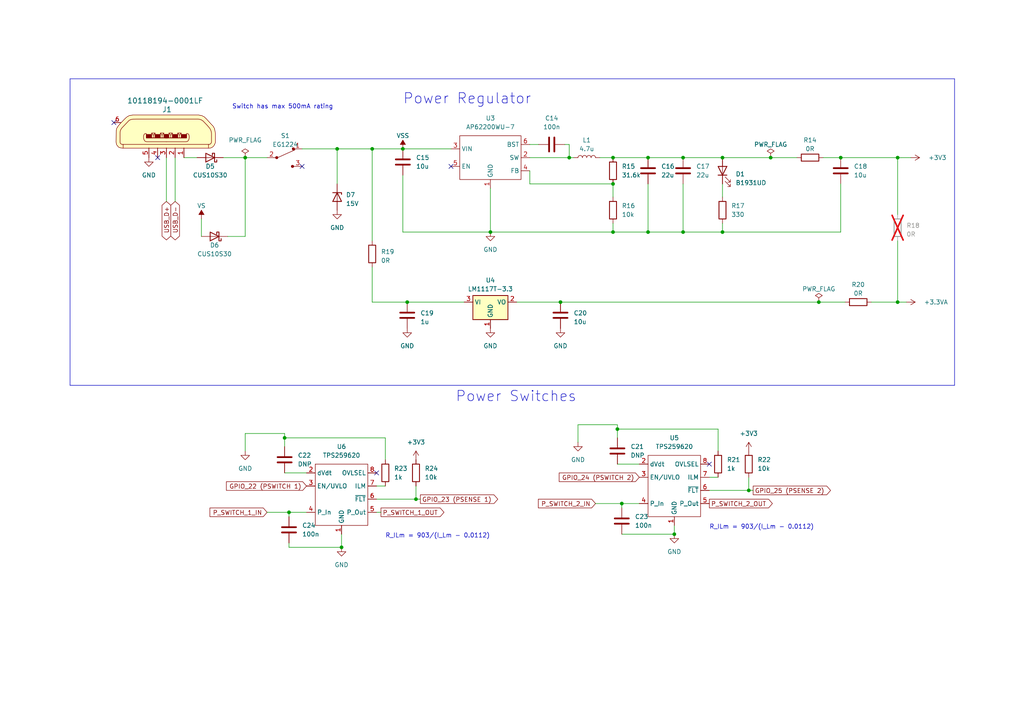
<source format=kicad_sch>
(kicad_sch (version 20230121) (generator eeschema)
  (paper "A4")
  (lib_symbols
    (symbol "Device:C" (pin_numbers hide) (pin_names (offset 0.254))
      (property "Reference" "C" (at 0.635 2.54 0))
      (property "Value" "C" (at 0.635 -2.54 0))
      (symbol "C_0_1"
        (polyline (pts (xy -2.032 -0.762) (xy 2.032 -0.762)) (stroke (width 0.508)))
        (polyline (pts (xy -2.032 0.762) (xy 2.032 0.762)) (stroke (width 0.508)))
      )
      (symbol "C_1_1"
        (pin passive line (at 0 3.81 270) (length 2.794) (name "~") (number "1"))
        (pin passive line (at 0 -3.81 90) (length 2.794) (name "~") (number "2"))
      )
    )
    (symbol "Device:D_Schottky" (pin_numbers hide) (pin_names (offset 1.016) hide)
      (property "Reference" "D" (at 0 2.54 0))
      (property "Value" "D_Schottky" (at 0 -2.54 0))
      (symbol "D_Schottky_0_1"
        (polyline (pts (xy 1.27 0) (xy -1.27 0)))
        (polyline (pts (xy 1.27 1.27) (xy 1.27 -1.27) (xy -1.27 0) (xy 1.27 1.27)) (stroke (width 0.254)))
        (polyline (pts (xy -1.905 0.635) (xy -1.905 1.27) (xy -1.27 1.27) (xy -1.27 -1.27) (xy -0.635 -1.27) (xy -0.635 -0.635)) (stroke (width 0.254)))
      )
      (symbol "D_Schottky_1_1"
        (pin passive line (at -3.81 0 0) (length 2.54) (name "K") (number "1"))
        (pin passive line (at 3.81 0 180) (length 2.54) (name "A") (number "2"))
      )
    )
    (symbol "Device:D_Zener" (pin_numbers hide) (pin_names (offset 1.016) hide)
      (property "Reference" "D" (at 0 2.54 0))
      (property "Value" "D_Zener" (at 0 -2.54 0))
      (symbol "D_Zener_0_1"
        (polyline (pts (xy 1.27 0) (xy -1.27 0)))
        (polyline (pts (xy -1.27 -1.27) (xy -1.27 1.27) (xy -0.762 1.27)) (stroke (width 0.254)))
        (polyline (pts (xy 1.27 -1.27) (xy 1.27 1.27) (xy -1.27 0) (xy 1.27 -1.27)) (stroke (width 0.254)))
      )
      (symbol "D_Zener_1_1"
        (pin passive line (at -3.81 0 0) (length 2.54) (name "K") (number "1"))
        (pin passive line (at 3.81 0 180) (length 2.54) (name "A") (number "2"))
      )
    )
    (symbol "Device:L" (pin_numbers hide) (pin_names (offset 1.016) hide)
      (property "Reference" "L" (at -1.27 0 90))
      (property "Value" "L" (at 1.905 0 90))
      (symbol "L_0_1"
        (arc (start 0 -2.54) (mid 0.6323 -1.905) (end 0 -1.27))
        (arc (start 0 -1.27) (mid 0.6323 -0.635) (end 0 0))
        (arc (start 0 0) (mid 0.6323 0.635) (end 0 1.27))
        (arc (start 0 1.27) (mid 0.6323 1.905) (end 0 2.54))
      )
      (symbol "L_1_1"
        (pin passive line (at 0 3.81 270) (length 1.27) (name "1") (number "1"))
        (pin passive line (at 0 -3.81 90) (length 1.27) (name "2") (number "2"))
      )
    )
    (symbol "Device:LED" (pin_numbers hide) (pin_names (offset 1.016) hide)
      (property "Reference" "D" (at 0 2.54 0))
      (property "Value" "LED" (at 0 -2.54 0))
      (symbol "LED_0_1"
        (polyline (pts (xy -1.27 -1.27) (xy -1.27 1.27)) (stroke (width 0.254)))
        (polyline (pts (xy -1.27 0) (xy 1.27 0)))
        (polyline (pts (xy 1.27 -1.27) (xy 1.27 1.27) (xy -1.27 0) (xy 1.27 -1.27)) (stroke (width 0.254)))
        (polyline (pts (xy -3.048 -0.762) (xy -4.572 -2.286) (xy -3.81 -2.286) (xy -4.572 -2.286) (xy -4.572 -1.524)))
        (polyline (pts (xy -1.778 -0.762) (xy -3.302 -2.286) (xy -2.54 -2.286) (xy -3.302 -2.286) (xy -3.302 -1.524)))
      )
      (symbol "LED_1_1"
        (pin passive line (at -3.81 0 0) (length 2.54) (name "K") (number "1"))
        (pin passive line (at 3.81 0 180) (length 2.54) (name "A") (number "2"))
      )
    )
    (symbol "Device:R" (pin_numbers hide) (pin_names (offset 0))
      (property "Reference" "R" (at 2.032 0 90))
      (property "Value" "R" (at 0 0 90))
      (symbol "R_0_1"
        (rectangle (start -1.016 -2.54) (end 1.016 2.54) (stroke (width 0.254)))
      )
      (symbol "R_1_1"
        (pin passive line (at 0 3.81 270) (length 1.27) (name "~") (number "1"))
        (pin passive line (at 0 -3.81 90) (length 1.27) (name "~") (number "2"))
      )
    )
    (symbol "PCM_4ms_Power-symbol:GND" (power) (pin_names (offset 0))
      (property "Value" "GND" (at 0 -3.81 0))
      (symbol "GND_0_1"
        (polyline (pts (xy 0 0) (xy 0 -1.27) (xy 1.27 -1.27) (xy 0 -2.54) (xy -1.27 -1.27) (xy 0 -1.27)))
      )
      (symbol "GND_1_1"
        (pin power_in line (at 0 0 270) (length 0) hide (name "GND") (number "1"))
      )
    )
    (symbol "PWR_FLAG_1" (power) (pin_numbers hide) (pin_names (offset 0) hide)
      (property "Value" "PWR_FLAG_1" (at 0 3.81 0))
      (symbol "PWR_FLAG_1_0_0"
        (pin power_out line (at 0 0 90) (length 0) (name "pwr") (number "1"))
      )
      (symbol "PWR_FLAG_1_0_1"
        (polyline (pts (xy 0 0) (xy 0 1.27) (xy -1.016 1.905) (xy 0 2.54) (xy 1.016 1.905) (xy 0 1.27)))
      )
    )
    (symbol "Power_Management:TPS259620"
      (property "Reference" "U" (at 0 0 0))
      (property "Value" "TPS259620" (at 0 -2.54 0))
      (symbol "TPS259620_0_1"
        (rectangle (start -7.62 -5.08) (end 7.62 -22.86))
      )
      (symbol "TPS259620_1_1"
        (pin input line (at 0 -25.4 90) (length 2.54) (name "GND") (number "1"))
        (pin input line (at -10.16 -7.62 0) (length 2.54) (name "dVdt") (number "2"))
        (pin input line (at -10.16 -11.43 0) (length 2.54) (name "EN/UVLO") (number "3"))
        (pin input line (at -10.16 -19.05 0) (length 2.54) (name "P_In") (number "4"))
        (pin output line (at 10.16 -19.05 180) (length 2.54) (name "P_Out") (number "5"))
        (pin output line (at 10.16 -15.24 180) (length 2.54) (name "~{FLT}") (number "6"))
        (pin output line (at 10.16 -11.43 180) (length 2.54) (name "ILM") (number "7"))
        (pin input line (at 10.16 -7.62 180) (length 2.54) (name "OVLSEL") (number "8"))
      )
    )
    (symbol "Regulator_Linear:LM1117T-3.3"
      (property "Reference" "U" (at -3.81 3.175 0))
      (property "Value" "LM1117T-3.3" (at 0 3.175 0))
      (symbol "LM1117T-3.3_0_1"
        (rectangle (start -5.08 -5.08) (end 5.08 1.905) (stroke (width 0.254)) (fill (type background)))
      )
      (symbol "LM1117T-3.3_1_1"
        (pin power_in line (at 0 -7.62 90) (length 2.54) (name "GND") (number "1"))
        (pin power_out line (at 7.62 0 180) (length 2.54) (name "VO") (number "2"))
        (pin power_in line (at -7.62 0 0) (length 2.54) (name "VI") (number "3"))
      )
    )
    (symbol "Regulator_Switching:AP62200WU-7"
      (property "Reference" "U3" (at 0 0 0))
      (property "Value" "AP62200WU-7" (at 0 -2.54 0))
      (symbol "AP62200WU-7_0_1"
        (rectangle (start -8.89 -5.08) (end 8.89 -17.78))
      )
      (symbol "AP62200WU-7_1_1"
        (pin input line (at 0 -20.32 90) (length 2.54) (name "GND") (number "1"))
        (pin power_out line (at 11.43 -11.43 180) (length 2.54) (name "SW") (number "2"))
        (pin input line (at -11.43 -8.89 0) (length 2.54) (name "VIN") (number "3"))
        (pin input line (at 11.43 -15.24 180) (length 2.54) (name "FB") (number "4"))
        (pin input line (at -11.43 -13.97 0) (length 2.54) (name "EN") (number "5"))
        (pin output line (at 11.43 -7.62 180) (length 2.54) (name "BST") (number "6"))
      )
    )
    (symbol "dk_Slide-Switches:EG1218" (pin_names (offset 0))
      (property "Reference" "S" (at -3.81 2.286 0))
      (property "Value" "EG1218" (at 0 -5.334 0))
      (symbol "EG1218_0_1"
        (circle (center -2.286 0) (radius 0.3556) (fill (type outline)))
        (polyline (pts (xy -2.032 0) (xy 3.048 2.286)))
        (circle (center 2.286 -2.54) (radius 0.3556) (fill (type outline)))
        (circle (center 2.54 2.54) (radius 0.3556) (fill (type outline)))
      )
      (symbol "EG1218_1_1"
        (pin passive line (at 5.08 2.54 180) (length 2.54) (name "~") (number "1"))
        (pin passive line (at -5.08 0 0) (length 2.54) (name "~") (number "2"))
        (pin passive line (at 5.08 -2.54 180) (length 2.54) (name "~") (number "3"))
      )
    )
    (symbol "dk_USB-DVI-HDMI-Connectors:10118194-0001LF" (pin_names (offset 1.016))
      (property "Reference" "J1" (at -6.35 -1.27 90))
      (property "Value" "10118194-0001LF" (at -8.89 -11.43 90))
      (symbol "10118194-0001LF_0_1"
        (polyline (pts (xy 3.7846 12.2428) (xy 3.7846 -12.5476)))
        (polyline (pts (xy 0.4826 -4.2926) (xy 0.4826 -3.2766) (xy 1.8796 -3.2766) (xy 1.8796 -4.2926) (xy 0.4826 -4.2926) (xy 1.1176 -3.7846) (xy 0.4826 -3.2766) (xy 1.8796 -3.2766) (xy 1.8796 -3.7846) (xy 1.1176 -3.7846)))
        (polyline (pts (xy 0.4826 -1.7526) (xy 0.4826 -0.7366) (xy 1.8796 -0.7366) (xy 1.8796 -1.7526) (xy 0.4826 -1.7526) (xy 1.1176 -1.2446) (xy 0.4826 -0.7366) (xy 1.8796 -0.7366) (xy 1.8796 -1.2446) (xy 1.1176 -1.2446)))
        (polyline (pts (xy 0.4826 1.7526) (xy 0.4826 0.7366) (xy 1.8796 0.7366) (xy 1.8796 1.7526) (xy 0.4826 1.7526) (xy 1.1176 1.2446) (xy 0.4826 0.7366) (xy 1.8796 0.7366) (xy 1.8796 1.2446) (xy 1.1176 1.2446)))
        (polyline (pts (xy 0.4826 4.2926) (xy 0.4826 3.2766) (xy 1.8796 3.2766) (xy 1.8796 4.2926) (xy 0.4826 4.2926) (xy 1.1176 3.7846) (xy 0.4826 3.2766) (xy 1.8796 3.2766) (xy 1.8796 3.7846) (xy 1.1176 3.7846)))
        (polyline (pts (xy 1.905 -0.0254) (xy 1.905 5.842) (xy 0.635 5.842) (xy 0.635 6.1468) (xy 0.8128 6.4262) (xy 1.1938 6.5786) (xy 1.651 6.6294) (xy 2.2606 6.5532) (xy 2.7178 6.3246) (xy 2.9464 6.0706) (xy 3.0226 5.6388) (xy 3.0226 4.8006) (xy 3.0226 -0.127)))
        (polyline (pts (xy 1.905 0.0254) (xy 1.905 -5.842) (xy 0.635 -5.842) (xy 0.635 -6.1468) (xy 0.8128 -6.4262) (xy 1.1938 -6.5786) (xy 1.651 -6.6294) (xy 2.2606 -6.5532) (xy 2.7178 -6.3246) (xy 2.9464 -6.0706) (xy 3.0226 -5.6388) (xy 3.0226 -4.8006) (xy 3.0226 0.127)))
        (polyline (pts (xy 4.8514 -12.5476) (xy 3.8354 -12.5476) (xy 3.7846 -12.5476) (xy 3.7846 -12.9032) (xy 3.6068 -13.2334) (xy 3.429 -13.3604) (xy 3.2258 -13.4366) (xy 0.4572 -13.4366) (xy 0.0508 -13.4112) (xy -0.3302 -13.3096) (xy -0.6604 -13.1318) (xy -0.9906 -12.9032) (xy -3.1496 -10.8458) (xy -3.4036 -10.3886) (xy -3.5306 -9.779) (xy -3.556 -8.636) (xy -3.556 9.2202) (xy -3.5306 9.4234) (xy -3.4544 9.8298) (xy -3.302 10.1854) (xy -3.0226 10.6172) (xy -1.7526 11.8364) (xy -0.8636 12.5984) (xy -0.3302 12.8778) (xy 0.0762 13.0048) (xy 0.6096 13.081) (xy 3.0734 13.081) (xy 3.3274 13.0048) (xy 3.5814 12.8524) (xy 3.7846 12.5222) (xy 3.7846 12.2174) (xy 4.8514 12.2174)))
        (polyline (pts (xy 4.8514 -11.4808) (xy 4.8514 -12.8016) (xy 4.7752 -13.4366) (xy 4.572 -13.8684) (xy 4.0386 -14.3256) (xy 3.5814 -14.5288) (xy 3.0988 -14.605) (xy -0.2794 -14.5542) (xy -0.7112 -14.4526) (xy -1.2446 -14.1986) (xy -2.2098 -13.4366) (xy -3.556 -12.1412) (xy -4.0132 -11.6586) (xy -4.3688 -11.1506) (xy -4.6228 -10.5918) (xy -4.7498 -9.7536) (xy -4.7498 9.3726) (xy -4.5974 10.0838) (xy -4.4704 10.4648) (xy -4.2164 10.9728) (xy -3.6068 11.6078) (xy -1.4478 13.589) (xy -0.9652 13.8684) (xy -0.5588 14.0208) (xy 0.0762 14.1224) (xy 0.5588 14.1732) (xy 3.2766 14.1732) (xy 3.7592 14.0208) (xy 4.2164 13.7414) (xy 4.445 13.5128) (xy 4.699 13.1572) (xy 4.826 12.8524) (xy 4.8514 12.446) (xy 4.8514 -11.5062)) (fill (type background)))
        (rectangle (start 0.889 -4.318) (end 1.905 -5.842) (fill (type outline)))
        (rectangle (start 0.889 -3.302) (end 1.905 -1.778) (fill (type outline)))
        (rectangle (start 0.889 -0.635) (end 1.905 0.381) (fill (type outline)))
        (rectangle (start 0.889 0.635) (end 1.905 -0.381) (fill (type outline)))
        (rectangle (start 0.889 3.302) (end 1.905 1.778) (fill (type outline)))
        (rectangle (start 0.889 4.318) (end 1.905 5.842) (fill (type outline)))
      )
      (symbol "10118194-0001LF_1_1"
        (pin power_out line (at 7.62 5.08 180) (length 2.794) (name "~") (number "1"))
        (pin passive line (at 7.62 2.54 180) (length 2.794) (name "~") (number "2"))
        (pin passive line (at 7.62 0 180) (length 2.794) (name "~") (number "3"))
        (pin passive line (at 7.62 -2.54 180) (length 2.794) (name "~") (number "4"))
        (pin power_in line (at 7.62 -5.08 180) (length 2.794) (name "~") (number "5"))
        (pin passive line (at -2.54 -15.24 90) (length 2.032) (name "~") (number "6"))
      )
    )
    (symbol "power:+3.3VA" (power) (pin_names (offset 0))
      (property "Value" "+3.3VA" (at 0 3.556 0))
      (symbol "+3.3VA_0_1"
        (polyline (pts (xy -0.762 1.27) (xy 0 2.54)))
        (polyline (pts (xy 0 0) (xy 0 2.54)))
        (polyline (pts (xy 0 2.54) (xy 0.762 1.27)))
      )
      (symbol "+3.3VA_1_1"
        (pin power_in line (at 0 0 90) (length 0) hide (name "+3.3VA") (number "1"))
      )
    )
    (symbol "power:+3V3" (power) (pin_names (offset 0))
      (property "Value" "+3V3" (at 0 3.556 0))
      (symbol "+3V3_0_1"
        (polyline (pts (xy -0.762 1.27) (xy 0 2.54)))
        (polyline (pts (xy 0 0) (xy 0 2.54)))
        (polyline (pts (xy 0 2.54) (xy 0.762 1.27)))
      )
      (symbol "+3V3_1_1"
        (pin power_in line (at 0 0 90) (length 0) hide (name "+3V3") (number "1"))
      )
    )
    (symbol "power:GND" (power) (pin_names (offset 0))
      (property "Value" "GND" (at 0 -3.81 0))
      (symbol "GND_0_1"
        (polyline (pts (xy 0 0) (xy 0 -1.27) (xy 1.27 -1.27) (xy 0 -2.54) (xy -1.27 -1.27) (xy 0 -1.27)))
      )
      (symbol "GND_1_1"
        (pin power_in line (at 0 0 270) (length 0) hide (name "GND") (number "1"))
      )
    )
    (symbol "power:PWR_FLAG" (power) (pin_numbers hide) (pin_names (offset 0) hide)
      (property "Value" "PWR_FLAG" (at 0 3.81 0))
      (symbol "PWR_FLAG_0_0"
        (pin power_out line (at 0 0 90) (length 0) (name "pwr") (number "1"))
      )
      (symbol "PWR_FLAG_0_1"
        (polyline (pts (xy 0 0) (xy 0 1.27) (xy -1.016 1.905) (xy 0 2.54) (xy 1.016 1.905) (xy 0 1.27)))
      )
    )
    (symbol "power:VS" (power) (pin_names (offset 0))
      (property "Value" "VS" (at 0 3.81 0))
      (symbol "VS_0_1"
        (polyline (pts (xy 0 0) (xy 0 2.54)))
        (polyline (pts (xy 0.762 1.27) (xy -0.762 1.27) (xy 0 2.54) (xy 0.762 1.27)) (fill (type outline)))
      )
      (symbol "VS_1_1"
        (pin power_in line (at 0 0 90) (length 0) hide (name "VS") (number "1"))
      )
    )
    (symbol "power:VSS" (power) (pin_names (offset 0))
      (property "Value" "VSS" (at 0 3.81 0))
      (symbol "VSS_0_1"
        (polyline (pts (xy 0 0) (xy 0 2.54)))
        (polyline (pts (xy 0.762 1.27) (xy -0.762 1.27) (xy 0 2.54) (xy 0.762 1.27)) (fill (type outline)))
      )
      (symbol "VSS_1_1"
        (pin power_in line (at 0 0 90) (length 0) hide (name "VSS") (number "1"))
      )
    )
  )
  (junction (at 107.95 43.18))
  (junction (at 179.07 124.46))
  (junction (at 142.24 67.31))
  (junction (at 162.56 87.63))
  (junction (at 177.8 67.31))
  (junction (at 260.35 87.63))
  (junction (at 198.12 67.31))
  (junction (at 217.17 142.24))
  (junction (at 116.84 43.18))
  (junction (at 237.49 87.63))
  (junction (at 165.1 45.72))
  (junction (at 187.96 67.31))
  (junction (at 118.11 87.63))
  (junction (at 97.79 43.18))
  (junction (at 195.58 154.94))
  (junction (at 209.55 45.72))
  (junction (at 209.55 67.31))
  (junction (at 83.82 148.59))
  (junction (at 260.35 45.72))
  (junction (at 82.55 127))
  (junction (at 99.06 158.75))
  (junction (at 177.8 45.72))
  (junction (at 120.65 144.78))
  (junction (at 71.12 45.72))
  (junction (at 187.96 45.72))
  (junction (at 180.34 146.05))
  (junction (at 198.12 45.72))
  (junction (at 177.8 53.34))
  (junction (at 243.84 45.72))
  (junction (at 223.52 45.72))
  (no_connect (at 45.72 45.72))
  (no_connect (at 130.81 48.26))
  (no_connect (at 109.22 137.16))
  (no_connect (at 33.02 35.56))
  (no_connect (at 205.74 134.62))
  (no_connect (at 87.63 48.26))
  (wire (pts (xy 208.28 124.46) (xy 208.28 130.81)))
  (wire (pts (xy 142.24 54.61) (xy 142.24 67.31)))
  (wire (pts (xy 107.95 77.47) (xy 107.95 87.63)))
  (wire (pts (xy 177.8 53.34) (xy 177.8 57.15)))
  (wire (pts (xy 83.82 158.75) (xy 99.06 158.75)))
  (wire (pts (xy 167.64 123.19) (xy 179.07 123.19)))
  (wire (pts (xy 109.22 144.78) (xy 120.65 144.78)))
  (wire (pts (xy 264.16 45.72) (xy 260.35 45.72)))
  (wire (pts (xy 82.55 127) (xy 111.76 127)))
  (wire (pts (xy 163.83 41.91) (xy 165.1 41.91)))
  (wire (pts (xy 223.52 45.72) (xy 231.14 45.72)))
  (wire (pts (xy 209.55 57.15) (xy 209.55 53.34)))
  (wire (pts (xy 116.84 43.18) (xy 130.81 43.18)))
  (wire (pts (xy 217.17 142.24) (xy 218.44 142.24)))
  (wire (pts (xy 120.65 144.78) (xy 121.92 144.78)))
  (polyline (pts (xy 20.32 22.86) (xy 276.86 22.86)))
  (wire (pts (xy 260.35 69.85) (xy 260.35 87.63)))
  (wire (pts (xy 209.55 64.77) (xy 209.55 67.31)))
  (wire (pts (xy 187.96 45.72) (xy 198.12 45.72)))
  (wire (pts (xy 107.95 43.18) (xy 116.84 43.18)))
  (wire (pts (xy 243.84 45.72) (xy 238.76 45.72)))
  (wire (pts (xy 162.56 87.63) (xy 237.49 87.63)))
  (wire (pts (xy 260.35 87.63) (xy 252.73 87.63)))
  (polyline (pts (xy 20.32 22.86) (xy 20.32 111.76)))
  (wire (pts (xy 243.84 67.31) (xy 243.84 53.34)))
  (wire (pts (xy 209.55 67.31) (xy 198.12 67.31)))
  (wire (pts (xy 64.77 45.72) (xy 71.12 45.72)))
  (wire (pts (xy 48.26 45.72) (xy 48.26 58.42)))
  (wire (pts (xy 53.34 45.72) (xy 57.15 45.72)))
  (wire (pts (xy 205.74 142.24) (xy 217.17 142.24)))
  (wire (pts (xy 71.12 125.73) (xy 82.55 125.73)))
  (wire (pts (xy 109.22 148.59) (xy 110.49 148.59)))
  (wire (pts (xy 165.1 45.72) (xy 165.1 41.91)))
  (wire (pts (xy 179.07 124.46) (xy 208.28 124.46)))
  (wire (pts (xy 82.55 125.73) (xy 82.55 127)))
  (wire (pts (xy 179.07 124.46) (xy 179.07 127)))
  (wire (pts (xy 173.99 45.72) (xy 177.8 45.72)))
  (wire (pts (xy 180.34 146.05) (xy 185.42 146.05)))
  (wire (pts (xy 167.64 128.27) (xy 167.64 123.19)))
  (wire (pts (xy 179.07 134.62) (xy 185.42 134.62)))
  (wire (pts (xy 71.12 68.58) (xy 71.12 45.72)))
  (wire (pts (xy 153.67 45.72) (xy 165.1 45.72)))
  (wire (pts (xy 243.84 45.72) (xy 260.35 45.72)))
  (wire (pts (xy 83.82 148.59) (xy 88.9 148.59)))
  (wire (pts (xy 71.12 45.72) (xy 77.47 45.72)))
  (wire (pts (xy 187.96 53.34) (xy 187.96 67.31)))
  (wire (pts (xy 195.58 152.4) (xy 195.58 154.94)))
  (wire (pts (xy 58.42 63.5) (xy 58.42 68.58)))
  (wire (pts (xy 198.12 45.72) (xy 209.55 45.72)))
  (wire (pts (xy 120.65 144.78) (xy 120.65 140.97)))
  (wire (pts (xy 180.34 147.32) (xy 180.34 146.05)))
  (wire (pts (xy 179.07 123.19) (xy 179.07 124.46)))
  (wire (pts (xy 82.55 127) (xy 82.55 129.54)))
  (wire (pts (xy 71.12 130.81) (xy 71.12 125.73)))
  (wire (pts (xy 177.8 64.77) (xy 177.8 67.31)))
  (wire (pts (xy 153.67 53.34) (xy 153.67 49.53)))
  (wire (pts (xy 177.8 67.31) (xy 142.24 67.31)))
  (wire (pts (xy 111.76 127) (xy 111.76 133.35)))
  (wire (pts (xy 172.72 146.05) (xy 180.34 146.05)))
  (wire (pts (xy 50.8 45.72) (xy 50.8 58.42)))
  (polyline (pts (xy 20.32 111.76) (xy 276.86 111.76)))
  (wire (pts (xy 209.55 45.72) (xy 223.52 45.72)))
  (wire (pts (xy 99.06 154.94) (xy 99.06 158.75)))
  (wire (pts (xy 116.84 67.31) (xy 142.24 67.31)))
  (wire (pts (xy 109.22 140.97) (xy 111.76 140.97)))
  (wire (pts (xy 217.17 142.24) (xy 217.17 138.43)))
  (wire (pts (xy 153.67 41.91) (xy 156.21 41.91)))
  (wire (pts (xy 66.04 68.58) (xy 71.12 68.58)))
  (wire (pts (xy 97.79 43.18) (xy 97.79 53.34)))
  (wire (pts (xy 180.34 154.94) (xy 195.58 154.94)))
  (wire (pts (xy 82.55 137.16) (xy 88.9 137.16)))
  (wire (pts (xy 118.11 87.63) (xy 134.62 87.63)))
  (wire (pts (xy 187.96 67.31) (xy 198.12 67.31)))
  (wire (pts (xy 177.8 53.34) (xy 153.67 53.34)))
  (wire (pts (xy 107.95 43.18) (xy 107.95 69.85)))
  (wire (pts (xy 149.86 87.63) (xy 162.56 87.63)))
  (wire (pts (xy 177.8 45.72) (xy 187.96 45.72)))
  (wire (pts (xy 97.79 43.18) (xy 107.95 43.18)))
  (wire (pts (xy 209.55 67.31) (xy 243.84 67.31)))
  (wire (pts (xy 77.47 148.59) (xy 83.82 148.59)))
  (wire (pts (xy 165.1 45.72) (xy 166.37 45.72)))
  (wire (pts (xy 116.84 50.8) (xy 116.84 67.31)))
  (wire (pts (xy 198.12 53.34) (xy 198.12 67.31)))
  (polyline (pts (xy 276.86 111.76) (xy 276.86 22.86)))
  (wire (pts (xy 205.74 138.43) (xy 208.28 138.43)))
  (wire (pts (xy 107.95 87.63) (xy 118.11 87.63)))
  (wire (pts (xy 83.82 149.86) (xy 83.82 148.59)))
  (wire (pts (xy 87.63 43.18) (xy 97.79 43.18)))
  (wire (pts (xy 187.96 67.31) (xy 177.8 67.31)))
  (wire (pts (xy 262.89 87.63) (xy 260.35 87.63)))
  (wire (pts (xy 83.82 158.75) (xy 83.82 157.48)))
  (wire (pts (xy 260.35 45.72) (xy 260.35 62.23)))
  (wire (pts (xy 237.49 87.63) (xy 245.11 87.63)))
  (text "Switch has max 500mA rating" (at 67.31 31.75 0) (effects (font (size 1.27 1.27)) (justify left bottom)))
  (text "Power Switches" (at 132.08 116.84 0) (effects (font (size 3 3)) (justify left bottom)))
  (text "R_ILm = 903/(I_Lm - 0.0112)" (at 205.74 153.67 0) (effects (font (size 1.27 1.27)) (justify left bottom)))
  (text "R_ILm = 903/(I_Lm - 0.0112)" (at 111.76 156.21 0) (effects (font (size 1.27 1.27)) (justify left bottom)))
  (text "Power Regulator" (at 116.84 30.48 0) (effects (font (size 3 3)) (justify left bottom)))
  (global_label "P_SWITCH_1_IN" (shape input) (at 77.47 148.59 180) (property "Intersheetrefs" "${INTERSHEET_REFS}" (effects hide)))
  (global_label "P_SWITCH_2_OUT" (shape output) (at 205.74 146.05 0) (property "Intersheetrefs" "${INTERSHEET_REFS}" (effects hide)))
  (global_label "GPIO_22 (PSWITCH 1)" (shape input) (at 88.9 140.97 180) (property "Intersheetrefs" "${INTERSHEET_REFS}" (effects hide)))
  (global_label "P_SWITCH_2_IN" (shape input) (at 172.72 146.05 180) (property "Intersheetrefs" "${INTERSHEET_REFS}" (effects hide)))
  (global_label "GPIO_25 (PSENSE 2)" (shape output) (at 218.44 142.24 0) (property "Intersheetrefs" "${INTERSHEET_REFS}" (effects hide)))
  (global_label "USB_D-" (shape bidirectional) (at 50.8 58.42 270) (property "Intersheetrefs" "${INTERSHEET_REFS}" (effects hide)))
  (global_label "P_SWITCH_1_OUT" (shape output) (at 110.49 148.59 0) (property "Intersheetrefs" "${INTERSHEET_REFS}" (effects hide)))
  (global_label "USB_D+" (shape bidirectional) (at 48.26 58.42 270) (property "Intersheetrefs" "${INTERSHEET_REFS}" (effects hide)))
  (global_label "GPIO_24 (PSWITCH 2)" (shape input) (at 185.42 138.43 180) (property "Intersheetrefs" "${INTERSHEET_REFS}" (effects hide)))
  (global_label "GPIO_23 (PSENSE 1)" (shape output) (at 121.92 144.78 0) (property "Intersheetrefs" "${INTERSHEET_REFS}" (effects hide)))
  (symbol (lib_id "Device:R") (at 120.65 137.16 0) (unit 1)
    (property "Reference" "R24" (at 123.19 135.8899 0) (effects (justify left)))
    (property "Value" "10k" (at 123.19 138.4299 0) (effects (justify left)))
    (property "Footprint" "Resistor_SMD:R_0603_1608Metric" (effects hide))
    (instances (project "RpiFly v3" (path "" (reference "R24") (unit 1))) (project "Flight Computer v2" (path "" (reference "R19") (unit 1)) (path "" (reference "R18") (unit 1))))
  )
  (symbol (lib_id "Device:R") (at 177.8 60.96 0) (unit 1)
    (property "Reference" "R16" (at 180.34 59.6899 0) (effects (justify left)))
    (property "Value" "10k" (at 180.34 62.2299 0) (effects (justify left)))
    (property "Footprint" "Resistor_SMD:R_0603_1608Metric" (effects hide))
    (instances (project "RpiFly v3" (path "" (reference "R16") (unit 1))) (project "Flight Computer v2" (path "" (reference "R13") (unit 1))))
  )
  (symbol (lib_id "power:GND") (at 43.18 45.72 0) (unit 1)
    (property "Reference" "#PWR020" (effects hide))
    (property "Value" "GND" (at 43.18 50.8 0))
  )
  (symbol (lib_id "dk_Slide-Switches:EG1218") (at 82.55 45.72 0) (unit 1)
    (property "Reference" "S1" (at 82.7532 39.37 0))
    (property "Value" "EG1224" (at 82.7532 41.91 0))
    (property "Footprint" "Button_Switch_THT:SW_E-Switch_EG1224_SPDT_Angled" (effects hide))
    (property "Datasheet" "http://spec_sheets.e-switch.com/specs/P040040.pdf" (effects hide))
    (property "Digi-Key_PN" "EG1903-ND" (effects hide))
    (property "MPN" "EG1218" (effects hide))
    (property "Category" "Switches" (effects hide))
    (property "Family" "Slide Switches" (effects hide))
    (property "DK_Datasheet_Link" "http://spec_sheets.e-switch.com/specs/P040040.pdf" (effects hide))
    (property "DK_Detail_Page" "/product-detail/en/e-switch/EG1218/EG1903-ND/101726" (effects hide))
    (property "Description" "SWITCH SLIDE SPDT 200MA 30V" (effects hide))
    (property "Manufacturer" "E-Switch" (effects hide))
    (property "Status" "Active" (effects hide))
    (instances (project "RpiFly v3" (path "" (reference "S1") (unit 1))) (project "Flight Computer v2" (path "" (reference "S3") (unit 1))))
  )
  (symbol (lib_id "Device:R") (at 111.76 137.16 0) (unit 1)
    (property "Reference" "R23" (at 114.3 135.8899 0) (effects (justify left)))
    (property "Value" "1k" (at 114.3 138.4299 0) (effects (justify left)))
    (property "Footprint" "Resistor_SMD:R_0603_1608Metric" (effects hide))
    (instances (project "RpiFly v3" (path "" (reference "R23") (unit 1))) (project "Flight Computer v2" (path "" (reference "R18") (unit 1)) (path "" (reference "R17") (unit 1))))
  )
  (symbol (lib_id "power:VS") (at 58.42 63.5 0) (unit 1)
    (property "Reference" "#PWR023" (effects hide))
    (property "Value" "VS" (at 58.42 59.69 0))
    (instances (project "RpiFly v3" (path "" (reference "#PWR023") (unit 1))) (project "Flight Computer v2" (path "" (reference "#PWR022") (unit 1))))
  )
  (symbol (lib_id "Device:C") (at 243.84 49.53 0) (unit 1)
    (property "Reference" "C18" (at 247.65 48.2599 0) (effects (justify left)))
    (property "Value" "10u" (at 247.65 50.7999 0) (effects (justify left)))
    (property "Footprint" "Capacitor_SMD:C_0603_1608Metric" (effects hide))
  )
  (symbol (lib_id "Device:D_Zener") (at 97.79 57.15 270) (unit 1)
    (property "Reference" "D7" (at 100.33 56.515 90) (effects (justify left)))
    (property "Value" "15V" (at 100.33 59.055 90) (effects (justify left)))
    (property "Footprint" "Diode_THT:D_DO-41_SOD81_P7.62mm_Horizontal" (effects hide))
  )
  (symbol (lib_id "PCM_4ms_Power-symbol:GND") (at 118.11 95.25 0) (unit 1)
    (property "Reference" "#PWR026" (effects hide))
    (property "Value" "GND" (at 118.11 100.33 0))
  )
  (symbol (lib_id "Device:C") (at 83.82 153.67 0) (unit 1)
    (property "Reference" "C24" (at 87.63 152.3999 0) (effects (justify left)))
    (property "Value" "100n" (at 87.63 154.9399 0) (effects (justify left)))
    (property "Footprint" "Capacitor_SMD:C_0603_1608Metric" (effects hide))
    (instances (project "RpiFly v3" (path "" (reference "C24") (unit 1))) (project "Flight Computer v2" (path "" (reference "C27") (unit 1)) (path "" (reference "C22") (unit 1))))
  )
  (symbol (lib_id "Device:R") (at 208.28 134.62 0) (unit 1)
    (property "Reference" "R21" (at 210.82 133.3499 0) (effects (justify left)))
    (property "Value" "1k" (at 210.82 135.8899 0) (effects (justify left)))
    (property "Footprint" "Resistor_SMD:R_0603_1608Metric" (effects hide))
    (instances (project "RpiFly v3" (path "" (reference "R21") (unit 1))) (project "Flight Computer v2" (path "" (reference "R20") (unit 1)) (path "" (reference "R15") (unit 1))))
  )
  (symbol (lib_id "Device:R") (at 177.8 49.53 0) (unit 1)
    (property "Reference" "R15" (at 180.34 48.2599 0) (effects (justify left)))
    (property "Value" "31.6k" (at 180.34 50.7999 0) (effects (justify left)))
    (property "Footprint" "Resistor_SMD:R_0603_1608Metric" (effects hide))
    (instances (project "RpiFly v3" (path "" (reference "R15") (unit 1))) (project "Flight Computer v2" (path "" (reference "R12") (unit 1))))
  )
  (symbol (lib_id "power:VSS") (at 116.84 43.18 0) (unit 1)
    (property "Reference" "#PWR019" (effects hide))
    (property "Value" "VSS" (at 116.84 39.37 0))
  )
  (symbol (lib_id "power:GND") (at 71.12 130.81 0) (unit 1)
    (property "Reference" "#PWR030" (effects hide))
    (property "Value" "GND" (at 71.12 135.89 0))
    (instances (project "RpiFly v3" (path "" (reference "#PWR030") (unit 1))) (project "Flight Computer v2" (path "" (reference "#PWR042") (unit 1)) (path "" (reference "#PWR025") (unit 1))))
  )
  (symbol (lib_id "power:GND") (at 142.24 67.31 0) (unit 1)
    (property "Reference" "#PWR024" (effects hide))
    (property "Value" "GND" (at 142.24 72.39 0))
    (instances (project "RpiFly v3" (path "" (reference "#PWR024") (unit 1))) (project "Flight Computer v2" (path "" (reference "#PWR023") (unit 1))))
  )
  (symbol (lib_id "Device:D_Schottky") (at 62.23 68.58 180) (unit 1)
    (property "Reference" "D6" (at 62.23 71.12 0))
    (property "Value" "CUS10S30" (at 62.23 73.66 0))
    (property "Footprint" "Diode_SMD:D_SOD-323" (effects hide))
  )
  (symbol (lib_id "Device:LED") (at 209.55 49.53 90) (unit 1)
    (property "Reference" "D1" (at 213.36 50.4825 90) (effects (justify right)))
    (property "Value" "B1931UD" (at 213.36 53.0225 90) (effects (justify right)))
    (property "Footprint" "Diode_SMD:D_0603_1608Metric" (effects hide))
    (instances (project "RpiFly v3" (path "" (reference "D1") (unit 1))) (project "Flight Computer v2" (path "" (reference "D5") (unit 1))))
  )
  (symbol (lib_id "power:+3.3VA") (at 262.89 87.63 270) (unit 1)
    (property "Reference" "#PWR025" (effects hide))
    (property "Value" "+3.3VA" (at 267.97 87.63 90) (effects (justify left)))
  )
  (symbol (lib_id "Device:R") (at 217.17 134.62 0) (unit 1)
    (property "Reference" "R22" (at 219.71 133.3499 0) (effects (justify left)))
    (property "Value" "10k" (at 219.71 135.8899 0) (effects (justify left)))
    (property "Footprint" "Resistor_SMD:R_0603_1608Metric" (effects hide))
    (instances (project "RpiFly v3" (path "" (reference "R22") (unit 1))) (project "Flight Computer v2" (path "" (reference "R21") (unit 1)) (path "" (reference "R16") (unit 1))))
  )
  (symbol (lib_id "power:+3V3") (at 264.16 45.72 270) (unit 1)
    (property "Reference" "#PWR021" (effects hide))
    (property "Value" "+3V3" (at 269.24 45.72 90) (effects (justify left)))
  )
  (symbol (lib_id "Device:R") (at 260.35 66.04 0) (unit 1) (dnp yes)
    (property "Reference" "R18" (at 262.89 65.405 0) (effects (justify left)))
    (property "Value" "0R" (at 262.89 67.945 0) (effects (justify left)))
    (property "Footprint" "Resistor_SMD:R_0603_1608Metric" (effects hide))
  )
  (symbol (lib_id "PCM_4ms_Power-symbol:GND") (at 97.79 60.96 0) (unit 1)
    (property "Reference" "#PWR022" (effects hide))
    (property "Value" "GND" (at 97.79 66.04 0))
  )
  (symbol (lib_id "Power_Management:TPS259620") (at 195.58 127 0) (unit 1)
    (property "Reference" "U5" (at 195.58 127 0))
    (property "Value" "TPS259620" (at 195.58 129.54 0))
    (property "Footprint" "Package_SO:Texas_R-PDSO-G8_EP2.95x4.9mm_Mask2.4x3.1mm_ThermalVias" (effects hide))
    (instances (project "RpiFly v3" (path "" (reference "U5") (unit 1))) (project "Flight Computer v2" (path "" (reference "U8") (unit 1)) (path "" (reference "U4") (unit 1))))
  )
  (symbol (lib_id "power:GND") (at 99.06 158.75 0) (unit 1)
    (property "Reference" "#PWR034" (effects hide))
    (property "Value" "GND" (at 99.06 163.83 0))
    (instances (project "RpiFly v3" (path "" (reference "#PWR034") (unit 1))) (project "Flight Computer v2" (path "" (reference "#PWR043") (unit 1)) (path "" (reference "#PWR029") (unit 1))))
  )
  (symbol (lib_id "Device:C") (at 180.34 151.13 0) (unit 1)
    (property "Reference" "C23" (at 184.15 149.8599 0) (effects (justify left)))
    (property "Value" "100n" (at 184.15 152.3999 0) (effects (justify left)))
    (property "Footprint" "Capacitor_SMD:C_0603_1608Metric" (effects hide))
    (instances (project "RpiFly v3" (path "" (reference "C23") (unit 1))) (project "Flight Computer v2" (path "" (reference "C29") (unit 1)) (path "" (reference "C21") (unit 1))))
  )
  (symbol (lib_id "power:PWR_FLAG") (at 71.12 45.72 0) (unit 1)
    (property "Reference" "#FLG01" (effects hide))
    (property "Value" "PWR_FLAG" (at 71.12 40.64 0))
  )
  (symbol (lib_id "PCM_4ms_Power-symbol:GND") (at 162.56 95.25 0) (unit 1)
    (property "Reference" "#PWR028" (effects hide))
    (property "Value" "GND" (at 162.56 100.33 0))
  )
  (symbol (lib_id "PCM_4ms_Power-symbol:GND") (at 142.24 95.25 0) (unit 1)
    (property "Reference" "#PWR027" (effects hide))
    (property "Value" "GND" (at 142.24 100.33 0))
  )
  (symbol (lib_name "PWR_FLAG_1") (lib_id "power:PWR_FLAG") (at 237.49 87.63 0) (unit 1)
    (property "Reference" "#FLG03" (effects hide))
    (property "Value" "PWR_FLAG" (at 237.49 83.82 0))
    (instances (project "RpiFly v3" (path "" (reference "#FLG03") (unit 1))) (project "Flight Computer v2" (path "" (reference "#FLG02") (unit 1))))
  )
  (symbol (lib_id "Regulator_Switching:AP62200WU-7") (at 142.24 34.29 0) (unit 1)
    (property "Reference" "U3" (at 142.24 34.29 0))
    (property "Value" "AP62200WU-7" (at 142.24 36.83 0))
    (property "Footprint" "Package_TO_SOT_SMD:TSOT-23-6" (effects hide))
  )
  (symbol (lib_id "Device:C") (at 82.55 133.35 0) (unit 1)
    (property "Reference" "C22" (at 86.36 132.0799 0) (effects (justify left)))
    (property "Value" "DNP" (at 86.36 134.6199 0) (effects (justify left)))
    (property "Footprint" "Capacitor_SMD:C_0603_1608Metric" (effects hide))
    (instances (project "RpiFly v3" (path "" (reference "C22") (unit 1))) (project "Flight Computer v2" (path "" (reference "C26") (unit 1)) (path "" (reference "C20") (unit 1))))
  )
  (symbol (lib_id "Device:C") (at 187.96 49.53 0) (unit 1)
    (property "Reference" "C16" (at 191.77 48.2599 0) (effects (justify left)))
    (property "Value" "22u" (at 191.77 50.7999 0) (effects (justify left)))
    (property "Footprint" "Capacitor_SMD:C_0603_1608Metric" (effects hide))
  )
  (symbol (lib_id "Device:C") (at 198.12 49.53 0) (unit 1)
    (property "Reference" "C17" (at 201.93 48.2599 0) (effects (justify left)))
    (property "Value" "22u" (at 201.93 50.7999 0) (effects (justify left)))
    (property "Footprint" "Capacitor_SMD:C_0603_1608Metric" (effects hide))
  )
  (symbol (lib_id "Regulator_Linear:LM1117T-3.3") (at 142.24 87.63 0) (unit 1)
    (property "Reference" "U4" (at 142.24 81.28 0))
    (property "Value" "LM1117T-3.3" (at 142.24 83.82 0))
    (property "Footprint" "Package_TO_SOT_THT:TO-220-3_Horizontal_TabDown" (effects hide))
    (property "Datasheet" "http://www.ti.com/lit/ds/symlink/lm1117.pdf" (effects hide))
  )
  (symbol (lib_id "Device:D_Schottky") (at 60.96 45.72 180) (unit 1)
    (property "Reference" "D5" (at 60.96 48.26 0))
    (property "Value" "CUS10S30" (at 60.96 50.8 0))
    (property "Footprint" "Diode_SMD:D_SOD-323" (effects hide))
    (instances (project "RpiFly v3" (path "" (reference "D5") (unit 1))) (project "Flight Computer v2" (path "" (reference "D4") (unit 1))))
  )
  (symbol (lib_id "dk_USB-DVI-HDMI-Connectors:10118194-0001LF") (at 48.26 38.1 270) (unit 1)
    (property "Reference" "J1" (at 46.99 31.75 90) (effects (font (size 1.524 1.524)) (justify left)))
    (property "Value" "10118194-0001LF" (at 36.83 29.21 90) (effects (font (size 1.524 1.524)) (justify left)))
    (property "Footprint" "Connector_USB:USB_Micro-B_Amphenol_10118194_Horizontal" (effects hide))
    (property "Datasheet" "http://www.amphenol-icc.com/media/wysiwyg/files/drawing/10118194.pdf" (effects hide))
    (property "Digi-Key_PN" "609-4618-1-ND" (effects hide))
    (property "MPN" "10118194-0001LF" (effects hide))
    (property "Category" "Connectors, Interconnects" (effects hide))
    (property "Family" "USB, DVI, HDMI Connectors" (effects hide))
    (property "DK_Datasheet_Link" "http://www.amphenol-icc.com/media/wysiwyg/files/drawing/10118194.pdf" (effects hide))
    (property "DK_Detail_Page" "/product-detail/en/amphenol-icc-fci/10118194-0001LF/609-4618-1-ND/2785382" (effects hide))
    (property "Description" "CONN RCPT USB2.0 MICRO B SMD R/A" (effects hide))
    (property "Manufacturer" "Amphenol ICC (FCI)" (effects hide))
    (property "Status" "Active" (effects hide))
  )
  (symbol (lib_id "Device:C") (at 162.56 91.44 0) (unit 1)
    (property "Reference" "C20" (at 166.37 90.805 0) (effects (justify left)))
    (property "Value" "10u" (at 166.37 93.345 0) (effects (justify left)))
    (property "Footprint" "Capacitor_SMD:C_0603_1608Metric" (effects hide))
  )
  (symbol (lib_id "Device:C") (at 160.02 41.91 90) (unit 1)
    (property "Reference" "C14" (at 160.02 34.29 90))
    (property "Value" "100n" (at 160.02 36.83 90))
    (property "Footprint" "Capacitor_SMD:C_0603_1608Metric" (effects hide))
  )
  (symbol (lib_id "power:+3V3") (at 120.65 133.35 0) (unit 1)
    (property "Reference" "#PWR032" (effects hide))
    (property "Value" "+3V3" (at 120.65 128.27 0))
    (instances (project "RpiFly v3" (path "" (reference "#PWR032") (unit 1))) (project "Flight Computer v2" (path "" (reference "#PWR047") (unit 1)) (path "" (reference "#PWR027") (unit 1))))
  )
  (symbol (lib_id "Device:R") (at 234.95 45.72 90) (unit 1)
    (property "Reference" "R14" (at 234.95 40.64 90))
    (property "Value" "0R" (at 234.95 43.18 90))
    (property "Footprint" "Resistor_SMD:R_0603_1608Metric" (effects hide))
  )
  (symbol (lib_id "Device:R") (at 248.92 87.63 90) (unit 1)
    (property "Reference" "R20" (at 248.92 82.55 90))
    (property "Value" "0R" (at 248.92 85.09 90))
    (property "Footprint" "Resistor_SMD:R_0603_1608Metric" (effects hide))
  )
  (symbol (lib_id "Device:C") (at 118.11 91.44 0) (unit 1)
    (property "Reference" "C19" (at 121.92 90.805 0) (effects (justify left)))
    (property "Value" "1u" (at 121.92 93.345 0) (effects (justify left)))
    (property "Footprint" "Capacitor_SMD:C_0603_1608Metric" (effects hide))
  )
  (symbol (lib_id "Device:C") (at 179.07 130.81 0) (unit 1)
    (property "Reference" "C21" (at 182.88 129.5399 0) (effects (justify left)))
    (property "Value" "DNP" (at 182.88 132.0799 0) (effects (justify left)))
    (property "Footprint" "Capacitor_SMD:C_0603_1608Metric" (effects hide))
    (instances (project "RpiFly v3" (path "" (reference "C21") (unit 1))) (project "Flight Computer v2" (path "" (reference "C28") (unit 1)) (path "" (reference "C19") (unit 1))))
  )
  (symbol (lib_id "Device:L") (at 170.18 45.72 90) (unit 1)
    (property "Reference" "L1" (at 170.18 40.64 90))
    (property "Value" "4.7u" (at 170.18 43.18 90))
    (property "Footprint" "Inductor_SMD:L_Taiyo-Yuden_NR-60xx" (effects hide))
  )
  (symbol (lib_id "Device:C") (at 116.84 46.99 180) (unit 1)
    (property "Reference" "C15" (at 120.65 45.7199 0) (effects (justify right)))
    (property "Value" "10u" (at 120.65 48.2599 0) (effects (justify right)))
    (property "Footprint" "Capacitor_SMD:C_0603_1608Metric" (effects hide))
  )
  (symbol (lib_id "power:GND") (at 195.58 154.94 0) (unit 1)
    (property "Reference" "#PWR033" (effects hide))
    (property "Value" "GND" (at 195.58 160.02 0))
    (instances (project "RpiFly v3" (path "" (reference "#PWR033") (unit 1))) (project "Flight Computer v2" (path "" (reference "#PWR055") (unit 1)) (path "" (reference "#PWR028") (unit 1))))
  )
  (symbol (lib_name "PWR_FLAG_1") (lib_id "power:PWR_FLAG") (at 223.52 45.72 0) (unit 1)
    (property "Reference" "#FLG02" (effects hide))
    (property "Value" "PWR_FLAG" (at 223.52 41.91 0))
  )
  (symbol (lib_id "Power_Management:TPS259620") (at 99.06 129.54 0) (unit 1)
    (property "Reference" "U6" (at 99.06 129.54 0))
    (property "Value" "TPS259620" (at 99.06 132.08 0))
    (property "Footprint" "Package_SO:Texas_R-PDSO-G8_EP2.95x4.9mm_Mask2.4x3.1mm_ThermalVias" (effects hide))
    (instances (project "RpiFly v3" (path "" (reference "U6") (unit 1))) (project "Flight Computer v2" (path "" (reference "U7") (unit 1)) (path "" (reference "U5") (unit 1))))
  )
  (symbol (lib_id "power:GND") (at 167.64 128.27 0) (unit 1)
    (property "Reference" "#PWR029" (effects hide))
    (property "Value" "GND" (at 167.64 133.35 0))
    (instances (project "RpiFly v3" (path "" (reference "#PWR029") (unit 1))) (project "Flight Computer v2" (path "" (reference "#PWR045") (unit 1)) (path "" (reference "#PWR024") (unit 1))))
  )
  (symbol (lib_id "power:+3V3") (at 217.17 130.81 0) (unit 1)
    (property "Reference" "#PWR031" (effects hide))
    (property "Value" "+3V3" (at 217.17 125.73 0))
    (instances (project "RpiFly v3" (path "" (reference "#PWR031") (unit 1))) (project "Flight Computer v2" (path "" (reference "#PWR057") (unit 1)) (path "" (reference "#PWR026") (unit 1))))
  )
  (symbol (lib_id "Device:R") (at 107.95 73.66 0) (unit 1)
    (property "Reference" "R19" (at 110.49 73.025 0) (effects (justify left)))
    (property "Value" "0R" (at 110.49 75.565 0) (effects (justify left)))
    (property "Footprint" "Resistor_SMD:R_0603_1608Metric" (effects hide))
  )
  (symbol (lib_id "Device:R") (at 209.55 60.96 0) (unit 1)
    (property "Reference" "R17" (at 212.09 59.6899 0) (effects (justify left)))
    (property "Value" "330" (at 212.09 62.2299 0) (effects (justify left)))
    (property "Footprint" "Resistor_SMD:R_0603_1608Metric" (effects hide))
    (instances (project "RpiFly v3" (path "" (reference "R17") (unit 1))) (project "Flight Computer v2" (path "" (reference "R14") (unit 1))))
  )
)
</source>
